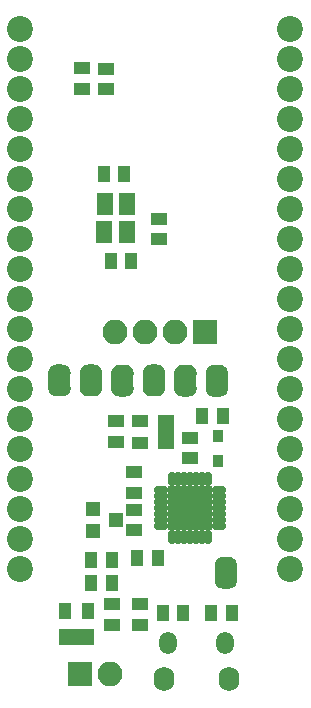
<source format=gbs>
G04 #@! TF.GenerationSoftware,KiCad,Pcbnew,5.0.0-rc1-44a33f2~62~ubuntu16.04.1*
G04 #@! TF.CreationDate,2018-04-24T12:49:53+03:00*
G04 #@! TF.ProjectId,nrf52board,6E72663532626F6172642E6B69636164,rev?*
G04 #@! TF.SameCoordinates,Original*
G04 #@! TF.FileFunction,Soldermask,Bot*
G04 #@! TF.FilePolarity,Negative*
%FSLAX46Y46*%
G04 Gerber Fmt 4.6, Leading zero omitted, Abs format (unit mm)*
G04 Created by KiCad (PCBNEW 5.0.0-rc1-44a33f2~62~ubuntu16.04.1) date Tue Apr 24 12:49:53 2018*
%MOMM*%
%LPD*%
G01*
G04 APERTURE LIST*
%ADD10R,1.050000X1.460000*%
%ADD11C,2.200000*%
%ADD12C,0.100000*%
%ADD13C,1.400000*%
%ADD14R,1.900000X0.900000*%
%ADD15R,1.370000X1.900000*%
%ADD16R,1.070000X1.400000*%
%ADD17R,1.400000X1.070000*%
%ADD18R,2.100000X2.100000*%
%ADD19O,2.100000X2.100000*%
%ADD20O,1.500000X1.900000*%
%ADD21O,1.750000X2.100000*%
%ADD22R,1.300000X1.200000*%
%ADD23R,1.460000X1.050000*%
%ADD24O,0.700000X1.250000*%
%ADD25O,1.250000X0.700000*%
%ADD26R,3.750000X3.750000*%
%ADD27R,0.850000X1.000000*%
G04 APERTURE END LIST*
D10*
X65230000Y-106086000D03*
X64280000Y-106086000D03*
X63330000Y-106086000D03*
X63330000Y-103886000D03*
X65230000Y-103886000D03*
D11*
X82380000Y-54610000D03*
X82380000Y-57150000D03*
X59520000Y-54610000D03*
X59520000Y-57150000D03*
X59520000Y-59690000D03*
X59520000Y-62230000D03*
X59520000Y-64770000D03*
X59520000Y-67310000D03*
X59520000Y-69850000D03*
X59520000Y-72390000D03*
X59520000Y-74930000D03*
X59520000Y-77470000D03*
X59520000Y-80010000D03*
X59520000Y-82550000D03*
X59520000Y-85090000D03*
X59520000Y-87630000D03*
X59520000Y-90170000D03*
X59520000Y-92710000D03*
X59520000Y-95250000D03*
X59520000Y-97790000D03*
X59520000Y-100330000D03*
X82380000Y-100330000D03*
X82380000Y-97790000D03*
X82380000Y-95250000D03*
X82380000Y-92710000D03*
X82380000Y-90170000D03*
X82380000Y-87630000D03*
X82380000Y-85090000D03*
X82380000Y-82550000D03*
X82380000Y-80010000D03*
X82380000Y-77470000D03*
X82380000Y-74930000D03*
X82380000Y-72390000D03*
X82380000Y-69850000D03*
X82380000Y-67310000D03*
X82380000Y-64770000D03*
X82380000Y-62230000D03*
X82380000Y-59690000D03*
D12*
G36*
X63140612Y-82981370D02*
X63208563Y-82991449D01*
X63275199Y-83008141D01*
X63339878Y-83031283D01*
X63401978Y-83060654D01*
X63460899Y-83095970D01*
X63516075Y-83136892D01*
X63566975Y-83183024D01*
X63613107Y-83233924D01*
X63654029Y-83289100D01*
X63689345Y-83348021D01*
X63718716Y-83410121D01*
X63741858Y-83474800D01*
X63758550Y-83541436D01*
X63768629Y-83609387D01*
X63772000Y-83677999D01*
X63772000Y-83678001D01*
X63768629Y-83746613D01*
X63758550Y-83814564D01*
X63741858Y-83881200D01*
X63718716Y-83945879D01*
X63689345Y-84007979D01*
X63654029Y-84066900D01*
X63613107Y-84122076D01*
X63566975Y-84172976D01*
X63516075Y-84219108D01*
X63460899Y-84260030D01*
X63401978Y-84295346D01*
X63339878Y-84324717D01*
X63275199Y-84347859D01*
X63208563Y-84364551D01*
X63140612Y-84374630D01*
X63072000Y-84378001D01*
X62572000Y-84378001D01*
X62503388Y-84374630D01*
X62435437Y-84364551D01*
X62368801Y-84347859D01*
X62304122Y-84324717D01*
X62242022Y-84295346D01*
X62183101Y-84260030D01*
X62127925Y-84219108D01*
X62077025Y-84172976D01*
X62030893Y-84122076D01*
X61989971Y-84066900D01*
X61954655Y-84007979D01*
X61925284Y-83945879D01*
X61902142Y-83881200D01*
X61885450Y-83814564D01*
X61875371Y-83746613D01*
X61872000Y-83678001D01*
X61872000Y-83677999D01*
X61875371Y-83609387D01*
X61885450Y-83541436D01*
X61902142Y-83474800D01*
X61925284Y-83410121D01*
X61954655Y-83348021D01*
X61989971Y-83289100D01*
X62030893Y-83233924D01*
X62077025Y-83183024D01*
X62127925Y-83136892D01*
X62183101Y-83095970D01*
X62242022Y-83060654D01*
X62304122Y-83031283D01*
X62368801Y-83008141D01*
X62435437Y-82991449D01*
X62503388Y-82981370D01*
X62572000Y-82977999D01*
X63072000Y-82977999D01*
X63140612Y-82981370D01*
X63140612Y-82981370D01*
G37*
D13*
X62822000Y-83678000D03*
D12*
G36*
X63140612Y-84281370D02*
X63208563Y-84291449D01*
X63275199Y-84308141D01*
X63339878Y-84331283D01*
X63401978Y-84360654D01*
X63460899Y-84395970D01*
X63516075Y-84436892D01*
X63566975Y-84483024D01*
X63613107Y-84533924D01*
X63654029Y-84589100D01*
X63689345Y-84648021D01*
X63718716Y-84710121D01*
X63741858Y-84774800D01*
X63758550Y-84841436D01*
X63768629Y-84909387D01*
X63772000Y-84977999D01*
X63772000Y-84978001D01*
X63768629Y-85046613D01*
X63758550Y-85114564D01*
X63741858Y-85181200D01*
X63718716Y-85245879D01*
X63689345Y-85307979D01*
X63654029Y-85366900D01*
X63613107Y-85422076D01*
X63566975Y-85472976D01*
X63516075Y-85519108D01*
X63460899Y-85560030D01*
X63401978Y-85595346D01*
X63339878Y-85624717D01*
X63275199Y-85647859D01*
X63208563Y-85664551D01*
X63140612Y-85674630D01*
X63072000Y-85678001D01*
X62572000Y-85678001D01*
X62503388Y-85674630D01*
X62435437Y-85664551D01*
X62368801Y-85647859D01*
X62304122Y-85624717D01*
X62242022Y-85595346D01*
X62183101Y-85560030D01*
X62127925Y-85519108D01*
X62077025Y-85472976D01*
X62030893Y-85422076D01*
X61989971Y-85366900D01*
X61954655Y-85307979D01*
X61925284Y-85245879D01*
X61902142Y-85181200D01*
X61885450Y-85114564D01*
X61875371Y-85046613D01*
X61872000Y-84978001D01*
X61872000Y-84977999D01*
X61875371Y-84909387D01*
X61885450Y-84841436D01*
X61902142Y-84774800D01*
X61925284Y-84710121D01*
X61954655Y-84648021D01*
X61989971Y-84589100D01*
X62030893Y-84533924D01*
X62077025Y-84483024D01*
X62127925Y-84436892D01*
X62183101Y-84395970D01*
X62242022Y-84360654D01*
X62304122Y-84331283D01*
X62368801Y-84308141D01*
X62435437Y-84291449D01*
X62503388Y-84281370D01*
X62572000Y-84277999D01*
X63072000Y-84277999D01*
X63140612Y-84281370D01*
X63140612Y-84281370D01*
G37*
D13*
X62822000Y-84978000D03*
D14*
X62822000Y-84728000D03*
X62822000Y-83928000D03*
D15*
X68526800Y-71755000D03*
X66616800Y-71755000D03*
X66657400Y-69418200D03*
X68567400Y-69418200D03*
D16*
X68918000Y-74244200D03*
X67168000Y-74244200D03*
D17*
X64727000Y-59662000D03*
X64727000Y-57912000D03*
X66759000Y-57926000D03*
X66759000Y-59676000D03*
D16*
X66581200Y-66827400D03*
X68331200Y-66827400D03*
D17*
X71280200Y-70640000D03*
X71280200Y-72390000D03*
D16*
X67253000Y-101473000D03*
X65503000Y-101473000D03*
X65517000Y-99568000D03*
X67267000Y-99568000D03*
X74887000Y-87376000D03*
X76637000Y-87376000D03*
X75649000Y-104038400D03*
X77399000Y-104038400D03*
X71573600Y-104013000D03*
X73323600Y-104013000D03*
X71176000Y-99364800D03*
X69426000Y-99364800D03*
D17*
X67648000Y-87785000D03*
X67648000Y-89535000D03*
D18*
X75141000Y-80264000D03*
D19*
X72601000Y-80264000D03*
X70061000Y-80264000D03*
X67521000Y-80264000D03*
D20*
X72015000Y-106585000D03*
X76855000Y-106585000D03*
D21*
X71705000Y-109585000D03*
X77165000Y-109585000D03*
D18*
X64600000Y-109220000D03*
D19*
X67140000Y-109220000D03*
D14*
X76157000Y-83947000D03*
X76157000Y-84747000D03*
D12*
G36*
X76475612Y-84300370D02*
X76543563Y-84310449D01*
X76610199Y-84327141D01*
X76674878Y-84350283D01*
X76736978Y-84379654D01*
X76795899Y-84414970D01*
X76851075Y-84455892D01*
X76901975Y-84502024D01*
X76948107Y-84552924D01*
X76989029Y-84608100D01*
X77024345Y-84667021D01*
X77053716Y-84729121D01*
X77076858Y-84793800D01*
X77093550Y-84860436D01*
X77103629Y-84928387D01*
X77107000Y-84996999D01*
X77107000Y-84997001D01*
X77103629Y-85065613D01*
X77093550Y-85133564D01*
X77076858Y-85200200D01*
X77053716Y-85264879D01*
X77024345Y-85326979D01*
X76989029Y-85385900D01*
X76948107Y-85441076D01*
X76901975Y-85491976D01*
X76851075Y-85538108D01*
X76795899Y-85579030D01*
X76736978Y-85614346D01*
X76674878Y-85643717D01*
X76610199Y-85666859D01*
X76543563Y-85683551D01*
X76475612Y-85693630D01*
X76407000Y-85697001D01*
X75907000Y-85697001D01*
X75838388Y-85693630D01*
X75770437Y-85683551D01*
X75703801Y-85666859D01*
X75639122Y-85643717D01*
X75577022Y-85614346D01*
X75518101Y-85579030D01*
X75462925Y-85538108D01*
X75412025Y-85491976D01*
X75365893Y-85441076D01*
X75324971Y-85385900D01*
X75289655Y-85326979D01*
X75260284Y-85264879D01*
X75237142Y-85200200D01*
X75220450Y-85133564D01*
X75210371Y-85065613D01*
X75207000Y-84997001D01*
X75207000Y-84996999D01*
X75210371Y-84928387D01*
X75220450Y-84860436D01*
X75237142Y-84793800D01*
X75260284Y-84729121D01*
X75289655Y-84667021D01*
X75324971Y-84608100D01*
X75365893Y-84552924D01*
X75412025Y-84502024D01*
X75462925Y-84455892D01*
X75518101Y-84414970D01*
X75577022Y-84379654D01*
X75639122Y-84350283D01*
X75703801Y-84327141D01*
X75770437Y-84310449D01*
X75838388Y-84300370D01*
X75907000Y-84296999D01*
X76407000Y-84296999D01*
X76475612Y-84300370D01*
X76475612Y-84300370D01*
G37*
D13*
X76157000Y-84997000D03*
D12*
G36*
X76475612Y-83000370D02*
X76543563Y-83010449D01*
X76610199Y-83027141D01*
X76674878Y-83050283D01*
X76736978Y-83079654D01*
X76795899Y-83114970D01*
X76851075Y-83155892D01*
X76901975Y-83202024D01*
X76948107Y-83252924D01*
X76989029Y-83308100D01*
X77024345Y-83367021D01*
X77053716Y-83429121D01*
X77076858Y-83493800D01*
X77093550Y-83560436D01*
X77103629Y-83628387D01*
X77107000Y-83696999D01*
X77107000Y-83697001D01*
X77103629Y-83765613D01*
X77093550Y-83833564D01*
X77076858Y-83900200D01*
X77053716Y-83964879D01*
X77024345Y-84026979D01*
X76989029Y-84085900D01*
X76948107Y-84141076D01*
X76901975Y-84191976D01*
X76851075Y-84238108D01*
X76795899Y-84279030D01*
X76736978Y-84314346D01*
X76674878Y-84343717D01*
X76610199Y-84366859D01*
X76543563Y-84383551D01*
X76475612Y-84393630D01*
X76407000Y-84397001D01*
X75907000Y-84397001D01*
X75838388Y-84393630D01*
X75770437Y-84383551D01*
X75703801Y-84366859D01*
X75639122Y-84343717D01*
X75577022Y-84314346D01*
X75518101Y-84279030D01*
X75462925Y-84238108D01*
X75412025Y-84191976D01*
X75365893Y-84141076D01*
X75324971Y-84085900D01*
X75289655Y-84026979D01*
X75260284Y-83964879D01*
X75237142Y-83900200D01*
X75220450Y-83833564D01*
X75210371Y-83765613D01*
X75207000Y-83697001D01*
X75207000Y-83696999D01*
X75210371Y-83628387D01*
X75220450Y-83560436D01*
X75237142Y-83493800D01*
X75260284Y-83429121D01*
X75289655Y-83367021D01*
X75324971Y-83308100D01*
X75365893Y-83252924D01*
X75412025Y-83202024D01*
X75462925Y-83155892D01*
X75518101Y-83114970D01*
X75577022Y-83079654D01*
X75639122Y-83050283D01*
X75703801Y-83027141D01*
X75770437Y-83010449D01*
X75838388Y-83000370D01*
X75907000Y-82996999D01*
X76407000Y-82996999D01*
X76475612Y-83000370D01*
X76475612Y-83000370D01*
G37*
D13*
X76157000Y-83697000D03*
D12*
G36*
X65807612Y-82981370D02*
X65875563Y-82991449D01*
X65942199Y-83008141D01*
X66006878Y-83031283D01*
X66068978Y-83060654D01*
X66127899Y-83095970D01*
X66183075Y-83136892D01*
X66233975Y-83183024D01*
X66280107Y-83233924D01*
X66321029Y-83289100D01*
X66356345Y-83348021D01*
X66385716Y-83410121D01*
X66408858Y-83474800D01*
X66425550Y-83541436D01*
X66435629Y-83609387D01*
X66439000Y-83677999D01*
X66439000Y-83678001D01*
X66435629Y-83746613D01*
X66425550Y-83814564D01*
X66408858Y-83881200D01*
X66385716Y-83945879D01*
X66356345Y-84007979D01*
X66321029Y-84066900D01*
X66280107Y-84122076D01*
X66233975Y-84172976D01*
X66183075Y-84219108D01*
X66127899Y-84260030D01*
X66068978Y-84295346D01*
X66006878Y-84324717D01*
X65942199Y-84347859D01*
X65875563Y-84364551D01*
X65807612Y-84374630D01*
X65739000Y-84378001D01*
X65239000Y-84378001D01*
X65170388Y-84374630D01*
X65102437Y-84364551D01*
X65035801Y-84347859D01*
X64971122Y-84324717D01*
X64909022Y-84295346D01*
X64850101Y-84260030D01*
X64794925Y-84219108D01*
X64744025Y-84172976D01*
X64697893Y-84122076D01*
X64656971Y-84066900D01*
X64621655Y-84007979D01*
X64592284Y-83945879D01*
X64569142Y-83881200D01*
X64552450Y-83814564D01*
X64542371Y-83746613D01*
X64539000Y-83678001D01*
X64539000Y-83677999D01*
X64542371Y-83609387D01*
X64552450Y-83541436D01*
X64569142Y-83474800D01*
X64592284Y-83410121D01*
X64621655Y-83348021D01*
X64656971Y-83289100D01*
X64697893Y-83233924D01*
X64744025Y-83183024D01*
X64794925Y-83136892D01*
X64850101Y-83095970D01*
X64909022Y-83060654D01*
X64971122Y-83031283D01*
X65035801Y-83008141D01*
X65102437Y-82991449D01*
X65170388Y-82981370D01*
X65239000Y-82977999D01*
X65739000Y-82977999D01*
X65807612Y-82981370D01*
X65807612Y-82981370D01*
G37*
D13*
X65489000Y-83678000D03*
D12*
G36*
X65807612Y-84281370D02*
X65875563Y-84291449D01*
X65942199Y-84308141D01*
X66006878Y-84331283D01*
X66068978Y-84360654D01*
X66127899Y-84395970D01*
X66183075Y-84436892D01*
X66233975Y-84483024D01*
X66280107Y-84533924D01*
X66321029Y-84589100D01*
X66356345Y-84648021D01*
X66385716Y-84710121D01*
X66408858Y-84774800D01*
X66425550Y-84841436D01*
X66435629Y-84909387D01*
X66439000Y-84977999D01*
X66439000Y-84978001D01*
X66435629Y-85046613D01*
X66425550Y-85114564D01*
X66408858Y-85181200D01*
X66385716Y-85245879D01*
X66356345Y-85307979D01*
X66321029Y-85366900D01*
X66280107Y-85422076D01*
X66233975Y-85472976D01*
X66183075Y-85519108D01*
X66127899Y-85560030D01*
X66068978Y-85595346D01*
X66006878Y-85624717D01*
X65942199Y-85647859D01*
X65875563Y-85664551D01*
X65807612Y-85674630D01*
X65739000Y-85678001D01*
X65239000Y-85678001D01*
X65170388Y-85674630D01*
X65102437Y-85664551D01*
X65035801Y-85647859D01*
X64971122Y-85624717D01*
X64909022Y-85595346D01*
X64850101Y-85560030D01*
X64794925Y-85519108D01*
X64744025Y-85472976D01*
X64697893Y-85422076D01*
X64656971Y-85366900D01*
X64621655Y-85307979D01*
X64592284Y-85245879D01*
X64569142Y-85181200D01*
X64552450Y-85114564D01*
X64542371Y-85046613D01*
X64539000Y-84978001D01*
X64539000Y-84977999D01*
X64542371Y-84909387D01*
X64552450Y-84841436D01*
X64569142Y-84774800D01*
X64592284Y-84710121D01*
X64621655Y-84648021D01*
X64656971Y-84589100D01*
X64697893Y-84533924D01*
X64744025Y-84483024D01*
X64794925Y-84436892D01*
X64850101Y-84395970D01*
X64909022Y-84360654D01*
X64971122Y-84331283D01*
X65035801Y-84308141D01*
X65102437Y-84291449D01*
X65170388Y-84281370D01*
X65239000Y-84277999D01*
X65739000Y-84277999D01*
X65807612Y-84281370D01*
X65807612Y-84281370D01*
G37*
D13*
X65489000Y-84978000D03*
D14*
X65489000Y-84728000D03*
X65489000Y-83928000D03*
X73490000Y-83943000D03*
X73490000Y-84743000D03*
D12*
G36*
X73808612Y-84296370D02*
X73876563Y-84306449D01*
X73943199Y-84323141D01*
X74007878Y-84346283D01*
X74069978Y-84375654D01*
X74128899Y-84410970D01*
X74184075Y-84451892D01*
X74234975Y-84498024D01*
X74281107Y-84548924D01*
X74322029Y-84604100D01*
X74357345Y-84663021D01*
X74386716Y-84725121D01*
X74409858Y-84789800D01*
X74426550Y-84856436D01*
X74436629Y-84924387D01*
X74440000Y-84992999D01*
X74440000Y-84993001D01*
X74436629Y-85061613D01*
X74426550Y-85129564D01*
X74409858Y-85196200D01*
X74386716Y-85260879D01*
X74357345Y-85322979D01*
X74322029Y-85381900D01*
X74281107Y-85437076D01*
X74234975Y-85487976D01*
X74184075Y-85534108D01*
X74128899Y-85575030D01*
X74069978Y-85610346D01*
X74007878Y-85639717D01*
X73943199Y-85662859D01*
X73876563Y-85679551D01*
X73808612Y-85689630D01*
X73740000Y-85693001D01*
X73240000Y-85693001D01*
X73171388Y-85689630D01*
X73103437Y-85679551D01*
X73036801Y-85662859D01*
X72972122Y-85639717D01*
X72910022Y-85610346D01*
X72851101Y-85575030D01*
X72795925Y-85534108D01*
X72745025Y-85487976D01*
X72698893Y-85437076D01*
X72657971Y-85381900D01*
X72622655Y-85322979D01*
X72593284Y-85260879D01*
X72570142Y-85196200D01*
X72553450Y-85129564D01*
X72543371Y-85061613D01*
X72540000Y-84993001D01*
X72540000Y-84992999D01*
X72543371Y-84924387D01*
X72553450Y-84856436D01*
X72570142Y-84789800D01*
X72593284Y-84725121D01*
X72622655Y-84663021D01*
X72657971Y-84604100D01*
X72698893Y-84548924D01*
X72745025Y-84498024D01*
X72795925Y-84451892D01*
X72851101Y-84410970D01*
X72910022Y-84375654D01*
X72972122Y-84346283D01*
X73036801Y-84323141D01*
X73103437Y-84306449D01*
X73171388Y-84296370D01*
X73240000Y-84292999D01*
X73740000Y-84292999D01*
X73808612Y-84296370D01*
X73808612Y-84296370D01*
G37*
D13*
X73490000Y-84993000D03*
D12*
G36*
X73808612Y-82996370D02*
X73876563Y-83006449D01*
X73943199Y-83023141D01*
X74007878Y-83046283D01*
X74069978Y-83075654D01*
X74128899Y-83110970D01*
X74184075Y-83151892D01*
X74234975Y-83198024D01*
X74281107Y-83248924D01*
X74322029Y-83304100D01*
X74357345Y-83363021D01*
X74386716Y-83425121D01*
X74409858Y-83489800D01*
X74426550Y-83556436D01*
X74436629Y-83624387D01*
X74440000Y-83692999D01*
X74440000Y-83693001D01*
X74436629Y-83761613D01*
X74426550Y-83829564D01*
X74409858Y-83896200D01*
X74386716Y-83960879D01*
X74357345Y-84022979D01*
X74322029Y-84081900D01*
X74281107Y-84137076D01*
X74234975Y-84187976D01*
X74184075Y-84234108D01*
X74128899Y-84275030D01*
X74069978Y-84310346D01*
X74007878Y-84339717D01*
X73943199Y-84362859D01*
X73876563Y-84379551D01*
X73808612Y-84389630D01*
X73740000Y-84393001D01*
X73240000Y-84393001D01*
X73171388Y-84389630D01*
X73103437Y-84379551D01*
X73036801Y-84362859D01*
X72972122Y-84339717D01*
X72910022Y-84310346D01*
X72851101Y-84275030D01*
X72795925Y-84234108D01*
X72745025Y-84187976D01*
X72698893Y-84137076D01*
X72657971Y-84081900D01*
X72622655Y-84022979D01*
X72593284Y-83960879D01*
X72570142Y-83896200D01*
X72553450Y-83829564D01*
X72543371Y-83761613D01*
X72540000Y-83693001D01*
X72540000Y-83692999D01*
X72543371Y-83624387D01*
X72553450Y-83556436D01*
X72570142Y-83489800D01*
X72593284Y-83425121D01*
X72622655Y-83363021D01*
X72657971Y-83304100D01*
X72698893Y-83248924D01*
X72745025Y-83198024D01*
X72795925Y-83151892D01*
X72851101Y-83110970D01*
X72910022Y-83075654D01*
X72972122Y-83046283D01*
X73036801Y-83023141D01*
X73103437Y-83006449D01*
X73171388Y-82996370D01*
X73240000Y-82992999D01*
X73740000Y-82992999D01*
X73808612Y-82996370D01*
X73808612Y-82996370D01*
G37*
D13*
X73490000Y-83693000D03*
D12*
G36*
X71141612Y-82981370D02*
X71209563Y-82991449D01*
X71276199Y-83008141D01*
X71340878Y-83031283D01*
X71402978Y-83060654D01*
X71461899Y-83095970D01*
X71517075Y-83136892D01*
X71567975Y-83183024D01*
X71614107Y-83233924D01*
X71655029Y-83289100D01*
X71690345Y-83348021D01*
X71719716Y-83410121D01*
X71742858Y-83474800D01*
X71759550Y-83541436D01*
X71769629Y-83609387D01*
X71773000Y-83677999D01*
X71773000Y-83678001D01*
X71769629Y-83746613D01*
X71759550Y-83814564D01*
X71742858Y-83881200D01*
X71719716Y-83945879D01*
X71690345Y-84007979D01*
X71655029Y-84066900D01*
X71614107Y-84122076D01*
X71567975Y-84172976D01*
X71517075Y-84219108D01*
X71461899Y-84260030D01*
X71402978Y-84295346D01*
X71340878Y-84324717D01*
X71276199Y-84347859D01*
X71209563Y-84364551D01*
X71141612Y-84374630D01*
X71073000Y-84378001D01*
X70573000Y-84378001D01*
X70504388Y-84374630D01*
X70436437Y-84364551D01*
X70369801Y-84347859D01*
X70305122Y-84324717D01*
X70243022Y-84295346D01*
X70184101Y-84260030D01*
X70128925Y-84219108D01*
X70078025Y-84172976D01*
X70031893Y-84122076D01*
X69990971Y-84066900D01*
X69955655Y-84007979D01*
X69926284Y-83945879D01*
X69903142Y-83881200D01*
X69886450Y-83814564D01*
X69876371Y-83746613D01*
X69873000Y-83678001D01*
X69873000Y-83677999D01*
X69876371Y-83609387D01*
X69886450Y-83541436D01*
X69903142Y-83474800D01*
X69926284Y-83410121D01*
X69955655Y-83348021D01*
X69990971Y-83289100D01*
X70031893Y-83233924D01*
X70078025Y-83183024D01*
X70128925Y-83136892D01*
X70184101Y-83095970D01*
X70243022Y-83060654D01*
X70305122Y-83031283D01*
X70369801Y-83008141D01*
X70436437Y-82991449D01*
X70504388Y-82981370D01*
X70573000Y-82977999D01*
X71073000Y-82977999D01*
X71141612Y-82981370D01*
X71141612Y-82981370D01*
G37*
D13*
X70823000Y-83678000D03*
D12*
G36*
X71141612Y-84281370D02*
X71209563Y-84291449D01*
X71276199Y-84308141D01*
X71340878Y-84331283D01*
X71402978Y-84360654D01*
X71461899Y-84395970D01*
X71517075Y-84436892D01*
X71567975Y-84483024D01*
X71614107Y-84533924D01*
X71655029Y-84589100D01*
X71690345Y-84648021D01*
X71719716Y-84710121D01*
X71742858Y-84774800D01*
X71759550Y-84841436D01*
X71769629Y-84909387D01*
X71773000Y-84977999D01*
X71773000Y-84978001D01*
X71769629Y-85046613D01*
X71759550Y-85114564D01*
X71742858Y-85181200D01*
X71719716Y-85245879D01*
X71690345Y-85307979D01*
X71655029Y-85366900D01*
X71614107Y-85422076D01*
X71567975Y-85472976D01*
X71517075Y-85519108D01*
X71461899Y-85560030D01*
X71402978Y-85595346D01*
X71340878Y-85624717D01*
X71276199Y-85647859D01*
X71209563Y-85664551D01*
X71141612Y-85674630D01*
X71073000Y-85678001D01*
X70573000Y-85678001D01*
X70504388Y-85674630D01*
X70436437Y-85664551D01*
X70369801Y-85647859D01*
X70305122Y-85624717D01*
X70243022Y-85595346D01*
X70184101Y-85560030D01*
X70128925Y-85519108D01*
X70078025Y-85472976D01*
X70031893Y-85422076D01*
X69990971Y-85366900D01*
X69955655Y-85307979D01*
X69926284Y-85245879D01*
X69903142Y-85181200D01*
X69886450Y-85114564D01*
X69876371Y-85046613D01*
X69873000Y-84978001D01*
X69873000Y-84977999D01*
X69876371Y-84909387D01*
X69886450Y-84841436D01*
X69903142Y-84774800D01*
X69926284Y-84710121D01*
X69955655Y-84648021D01*
X69990971Y-84589100D01*
X70031893Y-84533924D01*
X70078025Y-84483024D01*
X70128925Y-84436892D01*
X70184101Y-84395970D01*
X70243022Y-84360654D01*
X70305122Y-84331283D01*
X70369801Y-84308141D01*
X70436437Y-84291449D01*
X70504388Y-84281370D01*
X70573000Y-84277999D01*
X71073000Y-84277999D01*
X71141612Y-84281370D01*
X71141612Y-84281370D01*
G37*
D13*
X70823000Y-84978000D03*
D14*
X70823000Y-84728000D03*
X70823000Y-83928000D03*
X68156000Y-83943000D03*
X68156000Y-84743000D03*
D12*
G36*
X68474612Y-84296370D02*
X68542563Y-84306449D01*
X68609199Y-84323141D01*
X68673878Y-84346283D01*
X68735978Y-84375654D01*
X68794899Y-84410970D01*
X68850075Y-84451892D01*
X68900975Y-84498024D01*
X68947107Y-84548924D01*
X68988029Y-84604100D01*
X69023345Y-84663021D01*
X69052716Y-84725121D01*
X69075858Y-84789800D01*
X69092550Y-84856436D01*
X69102629Y-84924387D01*
X69106000Y-84992999D01*
X69106000Y-84993001D01*
X69102629Y-85061613D01*
X69092550Y-85129564D01*
X69075858Y-85196200D01*
X69052716Y-85260879D01*
X69023345Y-85322979D01*
X68988029Y-85381900D01*
X68947107Y-85437076D01*
X68900975Y-85487976D01*
X68850075Y-85534108D01*
X68794899Y-85575030D01*
X68735978Y-85610346D01*
X68673878Y-85639717D01*
X68609199Y-85662859D01*
X68542563Y-85679551D01*
X68474612Y-85689630D01*
X68406000Y-85693001D01*
X67906000Y-85693001D01*
X67837388Y-85689630D01*
X67769437Y-85679551D01*
X67702801Y-85662859D01*
X67638122Y-85639717D01*
X67576022Y-85610346D01*
X67517101Y-85575030D01*
X67461925Y-85534108D01*
X67411025Y-85487976D01*
X67364893Y-85437076D01*
X67323971Y-85381900D01*
X67288655Y-85322979D01*
X67259284Y-85260879D01*
X67236142Y-85196200D01*
X67219450Y-85129564D01*
X67209371Y-85061613D01*
X67206000Y-84993001D01*
X67206000Y-84992999D01*
X67209371Y-84924387D01*
X67219450Y-84856436D01*
X67236142Y-84789800D01*
X67259284Y-84725121D01*
X67288655Y-84663021D01*
X67323971Y-84604100D01*
X67364893Y-84548924D01*
X67411025Y-84498024D01*
X67461925Y-84451892D01*
X67517101Y-84410970D01*
X67576022Y-84375654D01*
X67638122Y-84346283D01*
X67702801Y-84323141D01*
X67769437Y-84306449D01*
X67837388Y-84296370D01*
X67906000Y-84292999D01*
X68406000Y-84292999D01*
X68474612Y-84296370D01*
X68474612Y-84296370D01*
G37*
D13*
X68156000Y-84993000D03*
D12*
G36*
X68474612Y-82996370D02*
X68542563Y-83006449D01*
X68609199Y-83023141D01*
X68673878Y-83046283D01*
X68735978Y-83075654D01*
X68794899Y-83110970D01*
X68850075Y-83151892D01*
X68900975Y-83198024D01*
X68947107Y-83248924D01*
X68988029Y-83304100D01*
X69023345Y-83363021D01*
X69052716Y-83425121D01*
X69075858Y-83489800D01*
X69092550Y-83556436D01*
X69102629Y-83624387D01*
X69106000Y-83692999D01*
X69106000Y-83693001D01*
X69102629Y-83761613D01*
X69092550Y-83829564D01*
X69075858Y-83896200D01*
X69052716Y-83960879D01*
X69023345Y-84022979D01*
X68988029Y-84081900D01*
X68947107Y-84137076D01*
X68900975Y-84187976D01*
X68850075Y-84234108D01*
X68794899Y-84275030D01*
X68735978Y-84310346D01*
X68673878Y-84339717D01*
X68609199Y-84362859D01*
X68542563Y-84379551D01*
X68474612Y-84389630D01*
X68406000Y-84393001D01*
X67906000Y-84393001D01*
X67837388Y-84389630D01*
X67769437Y-84379551D01*
X67702801Y-84362859D01*
X67638122Y-84339717D01*
X67576022Y-84310346D01*
X67517101Y-84275030D01*
X67461925Y-84234108D01*
X67411025Y-84187976D01*
X67364893Y-84137076D01*
X67323971Y-84081900D01*
X67288655Y-84022979D01*
X67259284Y-83960879D01*
X67236142Y-83896200D01*
X67219450Y-83829564D01*
X67209371Y-83761613D01*
X67206000Y-83693001D01*
X67206000Y-83692999D01*
X67209371Y-83624387D01*
X67219450Y-83556436D01*
X67236142Y-83489800D01*
X67259284Y-83425121D01*
X67288655Y-83363021D01*
X67323971Y-83304100D01*
X67364893Y-83248924D01*
X67411025Y-83198024D01*
X67461925Y-83151892D01*
X67517101Y-83110970D01*
X67576022Y-83075654D01*
X67638122Y-83046283D01*
X67702801Y-83023141D01*
X67769437Y-83006449D01*
X67837388Y-82996370D01*
X67906000Y-82992999D01*
X68406000Y-82992999D01*
X68474612Y-82996370D01*
X68474612Y-82996370D01*
G37*
D13*
X68156000Y-83693000D03*
D12*
G36*
X77237612Y-100552370D02*
X77305563Y-100562449D01*
X77372199Y-100579141D01*
X77436878Y-100602283D01*
X77498978Y-100631654D01*
X77557899Y-100666970D01*
X77613075Y-100707892D01*
X77663975Y-100754024D01*
X77710107Y-100804924D01*
X77751029Y-100860100D01*
X77786345Y-100919021D01*
X77815716Y-100981121D01*
X77838858Y-101045800D01*
X77855550Y-101112436D01*
X77865629Y-101180387D01*
X77869000Y-101248999D01*
X77869000Y-101249001D01*
X77865629Y-101317613D01*
X77855550Y-101385564D01*
X77838858Y-101452200D01*
X77815716Y-101516879D01*
X77786345Y-101578979D01*
X77751029Y-101637900D01*
X77710107Y-101693076D01*
X77663975Y-101743976D01*
X77613075Y-101790108D01*
X77557899Y-101831030D01*
X77498978Y-101866346D01*
X77436878Y-101895717D01*
X77372199Y-101918859D01*
X77305563Y-101935551D01*
X77237612Y-101945630D01*
X77169000Y-101949001D01*
X76669000Y-101949001D01*
X76600388Y-101945630D01*
X76532437Y-101935551D01*
X76465801Y-101918859D01*
X76401122Y-101895717D01*
X76339022Y-101866346D01*
X76280101Y-101831030D01*
X76224925Y-101790108D01*
X76174025Y-101743976D01*
X76127893Y-101693076D01*
X76086971Y-101637900D01*
X76051655Y-101578979D01*
X76022284Y-101516879D01*
X75999142Y-101452200D01*
X75982450Y-101385564D01*
X75972371Y-101317613D01*
X75969000Y-101249001D01*
X75969000Y-101248999D01*
X75972371Y-101180387D01*
X75982450Y-101112436D01*
X75999142Y-101045800D01*
X76022284Y-100981121D01*
X76051655Y-100919021D01*
X76086971Y-100860100D01*
X76127893Y-100804924D01*
X76174025Y-100754024D01*
X76224925Y-100707892D01*
X76280101Y-100666970D01*
X76339022Y-100631654D01*
X76401122Y-100602283D01*
X76465801Y-100579141D01*
X76532437Y-100562449D01*
X76600388Y-100552370D01*
X76669000Y-100548999D01*
X77169000Y-100548999D01*
X77237612Y-100552370D01*
X77237612Y-100552370D01*
G37*
D13*
X76919000Y-101249000D03*
D12*
G36*
X77237612Y-99252370D02*
X77305563Y-99262449D01*
X77372199Y-99279141D01*
X77436878Y-99302283D01*
X77498978Y-99331654D01*
X77557899Y-99366970D01*
X77613075Y-99407892D01*
X77663975Y-99454024D01*
X77710107Y-99504924D01*
X77751029Y-99560100D01*
X77786345Y-99619021D01*
X77815716Y-99681121D01*
X77838858Y-99745800D01*
X77855550Y-99812436D01*
X77865629Y-99880387D01*
X77869000Y-99948999D01*
X77869000Y-99949001D01*
X77865629Y-100017613D01*
X77855550Y-100085564D01*
X77838858Y-100152200D01*
X77815716Y-100216879D01*
X77786345Y-100278979D01*
X77751029Y-100337900D01*
X77710107Y-100393076D01*
X77663975Y-100443976D01*
X77613075Y-100490108D01*
X77557899Y-100531030D01*
X77498978Y-100566346D01*
X77436878Y-100595717D01*
X77372199Y-100618859D01*
X77305563Y-100635551D01*
X77237612Y-100645630D01*
X77169000Y-100649001D01*
X76669000Y-100649001D01*
X76600388Y-100645630D01*
X76532437Y-100635551D01*
X76465801Y-100618859D01*
X76401122Y-100595717D01*
X76339022Y-100566346D01*
X76280101Y-100531030D01*
X76224925Y-100490108D01*
X76174025Y-100443976D01*
X76127893Y-100393076D01*
X76086971Y-100337900D01*
X76051655Y-100278979D01*
X76022284Y-100216879D01*
X75999142Y-100152200D01*
X75982450Y-100085564D01*
X75972371Y-100017613D01*
X75969000Y-99949001D01*
X75969000Y-99948999D01*
X75972371Y-99880387D01*
X75982450Y-99812436D01*
X75999142Y-99745800D01*
X76022284Y-99681121D01*
X76051655Y-99619021D01*
X76086971Y-99560100D01*
X76127893Y-99504924D01*
X76174025Y-99454024D01*
X76224925Y-99407892D01*
X76280101Y-99366970D01*
X76339022Y-99331654D01*
X76401122Y-99302283D01*
X76465801Y-99279141D01*
X76532437Y-99262449D01*
X76600388Y-99252370D01*
X76669000Y-99248999D01*
X77169000Y-99248999D01*
X77237612Y-99252370D01*
X77237612Y-99252370D01*
G37*
D13*
X76919000Y-99949000D03*
D14*
X76919000Y-100199000D03*
X76919000Y-100999000D03*
D22*
X65632000Y-97089000D03*
X65632000Y-95189000D03*
X67632000Y-96139000D03*
D17*
X67267000Y-103265000D03*
X67267000Y-105015000D03*
X69680000Y-103265000D03*
X69680000Y-105015000D03*
X73871000Y-90932000D03*
X73871000Y-89182000D03*
X69172000Y-97014000D03*
X69172000Y-95264000D03*
X69172000Y-93853000D03*
X69172000Y-92103000D03*
D23*
X69639000Y-87757000D03*
X69639000Y-89657000D03*
X71839000Y-89657000D03*
X71839000Y-88707000D03*
X71839000Y-87757000D03*
D24*
X75396400Y-97573000D03*
X74896400Y-97573000D03*
X74396400Y-97573000D03*
X73896400Y-97573000D03*
X73396400Y-97573000D03*
X72896400Y-97573000D03*
X72396400Y-97573000D03*
D25*
X71446400Y-96623000D03*
X71446400Y-96123000D03*
X71446400Y-95623000D03*
X71446400Y-95123000D03*
X71446400Y-94623000D03*
X71446400Y-94123000D03*
X71446400Y-93623000D03*
D24*
X72396400Y-92673000D03*
X72896400Y-92673000D03*
X73396400Y-92673000D03*
X73896400Y-92673000D03*
X74396400Y-92673000D03*
X74896400Y-92673000D03*
X75396400Y-92673000D03*
D25*
X76346400Y-93623000D03*
X76346400Y-94123000D03*
X76346400Y-94623000D03*
X76346400Y-95123000D03*
X76346400Y-95623000D03*
X76346400Y-96123000D03*
X76346400Y-96623000D03*
D26*
X73896400Y-95123000D03*
D27*
X76284000Y-89027000D03*
X76284000Y-91127000D03*
M02*

</source>
